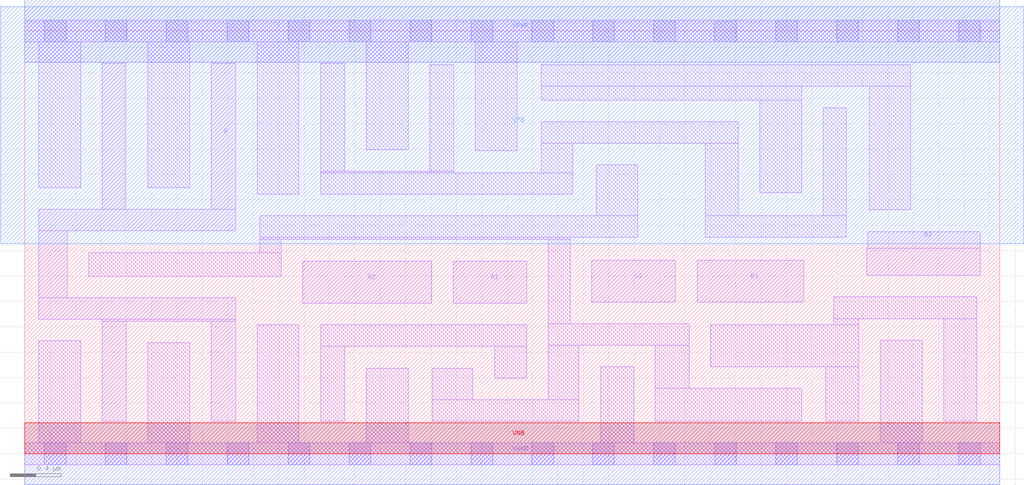
<source format=lef>
# Copyright 2020 The SkyWater PDK Authors
#
# Licensed under the Apache License, Version 2.0 (the "License");
# you may not use this file except in compliance with the License.
# You may obtain a copy of the License at
#
#     https://www.apache.org/licenses/LICENSE-2.0
#
# Unless required by applicable law or agreed to in writing, software
# distributed under the License is distributed on an "AS IS" BASIS,
# WITHOUT WARRANTIES OR CONDITIONS OF ANY KIND, either express or implied.
# See the License for the specific language governing permissions and
# limitations under the License.
#
# SPDX-License-Identifier: Apache-2.0

VERSION 5.7 ;
  NOWIREEXTENSIONATPIN ON ;
  DIVIDERCHAR "/" ;
  BUSBITCHARS "[]" ;
MACRO sky130_fd_sc_lp__a221o_4
  CLASS CORE ;
  FOREIGN sky130_fd_sc_lp__a221o_4 ;
  ORIGIN  0.000000  0.000000 ;
  SIZE  7.680000 BY  3.330000 ;
  SYMMETRY X Y R90 ;
  SITE unit ;
  PIN A1
    ANTENNAGATEAREA  0.630000 ;
    DIRECTION INPUT ;
    USE SIGNAL ;
    PORT
      LAYER li1 ;
        RECT 3.375000 1.185000 3.955000 1.515000 ;
    END
  END A1
  PIN A2
    ANTENNAGATEAREA  0.630000 ;
    DIRECTION INPUT ;
    USE SIGNAL ;
    PORT
      LAYER li1 ;
        RECT 2.190000 1.185000 3.205000 1.515000 ;
    END
  END A2
  PIN B1
    ANTENNAGATEAREA  0.630000 ;
    DIRECTION INPUT ;
    USE SIGNAL ;
    PORT
      LAYER li1 ;
        RECT 5.295000 1.195000 6.135000 1.525000 ;
    END
  END B1
  PIN B2
    ANTENNAGATEAREA  0.630000 ;
    DIRECTION INPUT ;
    USE SIGNAL ;
    PORT
      LAYER li1 ;
        RECT 6.630000 1.405000 7.525000 1.620000 ;
        RECT 6.640000 1.620000 7.525000 1.750000 ;
    END
  END B2
  PIN C1
    ANTENNAGATEAREA  0.630000 ;
    DIRECTION INPUT ;
    USE SIGNAL ;
    PORT
      LAYER li1 ;
        RECT 4.465000 1.195000 5.125000 1.525000 ;
    END
  END C1
  PIN X
    ANTENNADIFFAREA  1.176000 ;
    DIRECTION OUTPUT ;
    USE SIGNAL ;
    PORT
      LAYER li1 ;
        RECT 0.110000 1.060000 1.660000 1.230000 ;
        RECT 0.110000 1.230000 0.335000 1.755000 ;
        RECT 0.110000 1.755000 1.660000 1.925000 ;
        RECT 0.610000 0.255000 0.800000 1.045000 ;
        RECT 0.610000 1.045000 1.660000 1.060000 ;
        RECT 0.610000 1.925000 0.790000 3.075000 ;
        RECT 1.470000 0.255000 1.660000 1.045000 ;
        RECT 1.470000 1.925000 1.660000 3.075000 ;
    END
  END X
  PIN VGND
    DIRECTION INOUT ;
    USE GROUND ;
    PORT
      LAYER met1 ;
        RECT 0.000000 -0.245000 7.680000 0.245000 ;
    END
  END VGND
  PIN VNB
    DIRECTION INOUT ;
    USE GROUND ;
    PORT
      LAYER pwell ;
        RECT 0.000000 0.000000 7.680000 0.245000 ;
    END
  END VNB
  PIN VPB
    DIRECTION INOUT ;
    USE POWER ;
    PORT
      LAYER nwell ;
        RECT -0.190000 1.655000 7.870000 3.520000 ;
    END
  END VPB
  PIN VPWR
    DIRECTION INOUT ;
    USE POWER ;
    PORT
      LAYER met1 ;
        RECT 0.000000 3.085000 7.680000 3.575000 ;
    END
  END VPWR
  OBS
    LAYER li1 ;
      RECT 0.000000 -0.085000 7.680000 0.085000 ;
      RECT 0.000000  3.245000 7.680000 3.415000 ;
      RECT 0.110000  0.085000 0.440000 0.890000 ;
      RECT 0.110000  2.095000 0.440000 3.245000 ;
      RECT 0.505000  1.400000 2.020000 1.585000 ;
      RECT 0.970000  0.085000 1.300000 0.875000 ;
      RECT 0.970000  2.095000 1.300000 3.245000 ;
      RECT 1.830000  0.085000 2.160000 1.015000 ;
      RECT 1.830000  2.045000 2.160000 3.245000 ;
      RECT 1.850000  1.585000 2.020000 1.690000 ;
      RECT 1.850000  1.690000 4.295000 1.705000 ;
      RECT 1.850000  1.705000 4.830000 1.875000 ;
      RECT 2.330000  0.255000 2.520000 0.845000 ;
      RECT 2.330000  0.845000 3.955000 1.015000 ;
      RECT 2.330000  2.045000 4.315000 2.215000 ;
      RECT 2.330000  2.215000 3.380000 2.225000 ;
      RECT 2.330000  2.225000 2.520000 3.075000 ;
      RECT 2.690000  0.085000 3.020000 0.675000 ;
      RECT 2.690000  2.395000 3.020000 3.245000 ;
      RECT 3.190000  2.225000 3.380000 3.065000 ;
      RECT 3.210000  0.255000 4.365000 0.425000 ;
      RECT 3.210000  0.425000 3.530000 0.675000 ;
      RECT 3.550000  2.385000 3.880000 3.245000 ;
      RECT 3.700000  0.595000 3.955000 0.845000 ;
      RECT 4.070000  2.215000 4.315000 2.445000 ;
      RECT 4.070000  2.445000 5.620000 2.615000 ;
      RECT 4.070000  2.785000 6.120000 2.895000 ;
      RECT 4.070000  2.895000 6.980000 3.065000 ;
      RECT 4.125000  0.425000 4.365000 0.855000 ;
      RECT 4.125000  0.855000 5.235000 1.025000 ;
      RECT 4.125000  1.025000 4.295000 1.690000 ;
      RECT 4.500000  1.875000 4.830000 2.275000 ;
      RECT 4.535000  0.085000 4.795000 0.685000 ;
      RECT 4.965000  0.255000 6.120000 0.515000 ;
      RECT 4.965000  0.515000 5.235000 0.855000 ;
      RECT 5.360000  1.705000 6.470000 1.875000 ;
      RECT 5.360000  1.875000 5.620000 2.445000 ;
      RECT 5.405000  0.685000 6.570000 1.015000 ;
      RECT 5.790000  2.055000 6.120000 2.785000 ;
      RECT 6.290000  1.875000 6.470000 2.725000 ;
      RECT 6.310000  0.255000 6.570000 0.685000 ;
      RECT 6.370000  1.015000 6.570000 1.065000 ;
      RECT 6.370000  1.065000 7.500000 1.235000 ;
      RECT 6.650000  1.920000 6.980000 2.895000 ;
      RECT 6.740000  0.085000 7.070000 0.895000 ;
      RECT 7.240000  0.255000 7.500000 1.065000 ;
    LAYER mcon ;
      RECT 0.155000 -0.085000 0.325000 0.085000 ;
      RECT 0.155000  3.245000 0.325000 3.415000 ;
      RECT 0.635000 -0.085000 0.805000 0.085000 ;
      RECT 0.635000  3.245000 0.805000 3.415000 ;
      RECT 1.115000 -0.085000 1.285000 0.085000 ;
      RECT 1.115000  3.245000 1.285000 3.415000 ;
      RECT 1.595000 -0.085000 1.765000 0.085000 ;
      RECT 1.595000  3.245000 1.765000 3.415000 ;
      RECT 2.075000 -0.085000 2.245000 0.085000 ;
      RECT 2.075000  3.245000 2.245000 3.415000 ;
      RECT 2.555000 -0.085000 2.725000 0.085000 ;
      RECT 2.555000  3.245000 2.725000 3.415000 ;
      RECT 3.035000 -0.085000 3.205000 0.085000 ;
      RECT 3.035000  3.245000 3.205000 3.415000 ;
      RECT 3.515000 -0.085000 3.685000 0.085000 ;
      RECT 3.515000  3.245000 3.685000 3.415000 ;
      RECT 3.995000 -0.085000 4.165000 0.085000 ;
      RECT 3.995000  3.245000 4.165000 3.415000 ;
      RECT 4.475000 -0.085000 4.645000 0.085000 ;
      RECT 4.475000  3.245000 4.645000 3.415000 ;
      RECT 4.955000 -0.085000 5.125000 0.085000 ;
      RECT 4.955000  3.245000 5.125000 3.415000 ;
      RECT 5.435000 -0.085000 5.605000 0.085000 ;
      RECT 5.435000  3.245000 5.605000 3.415000 ;
      RECT 5.915000 -0.085000 6.085000 0.085000 ;
      RECT 5.915000  3.245000 6.085000 3.415000 ;
      RECT 6.395000 -0.085000 6.565000 0.085000 ;
      RECT 6.395000  3.245000 6.565000 3.415000 ;
      RECT 6.875000 -0.085000 7.045000 0.085000 ;
      RECT 6.875000  3.245000 7.045000 3.415000 ;
      RECT 7.355000 -0.085000 7.525000 0.085000 ;
      RECT 7.355000  3.245000 7.525000 3.415000 ;
  END
END sky130_fd_sc_lp__a221o_4
END LIBRARY

</source>
